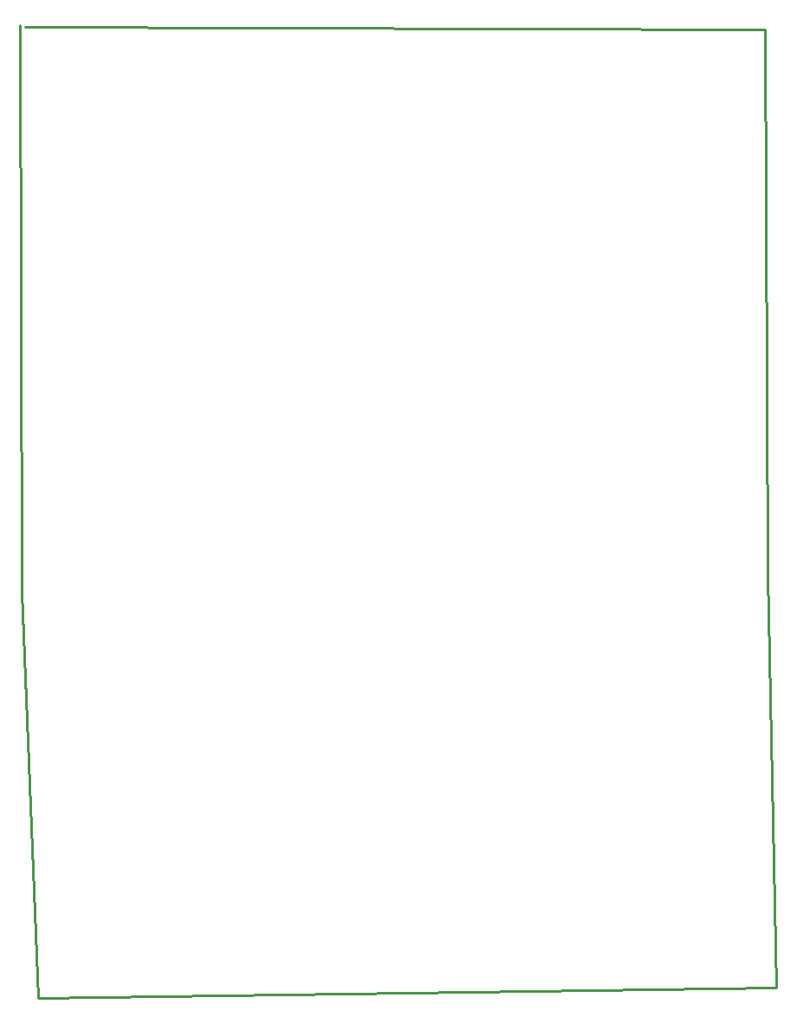
<source format=gko>
G04 Layer: BoardOutlineLayer*
G04 EasyEDA v6.5.46, 2025-04-01 16:54:11*
G04 Gerber Generator version 0.2*
G04 Scale: 100 percent, Rotated: No, Reflected: No *
G04 Dimensions in inches *
G04 leading zeros omitted , absolute positions ,3 integer and 6 decimal *
%FSLAX36Y36*%
%MOIN*%

%ADD10C,0.0100*%
D10*
X1715000Y3695000D02*
G01*
X4560000Y3685000D01*
X4570000Y1590000D01*
X4605000Y0D01*
X1765000Y-40000D01*
X1700000Y1520000D01*
X1695000Y3700000D01*

%LPD*%
M02*

</source>
